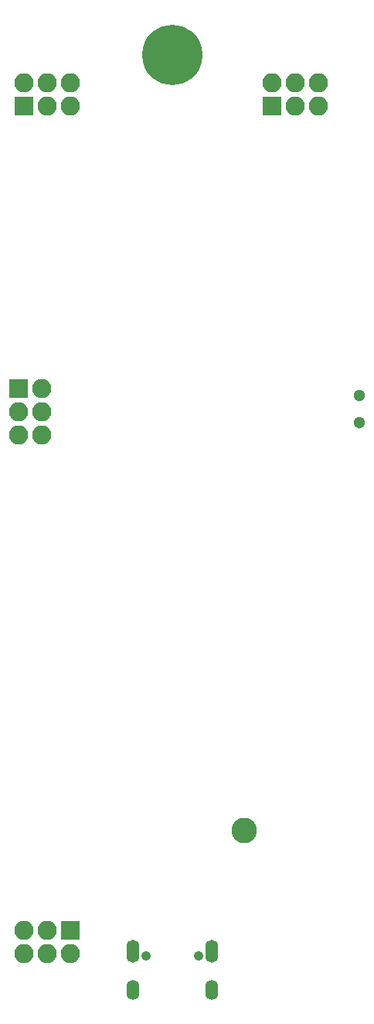
<source format=gbr>
%TF.GenerationSoftware,KiCad,Pcbnew,(5.99.0-9526-g5c17ff0595)*%
%TF.CreationDate,2021-07-10T23:40:13-05:00*%
%TF.ProjectId,18650Battery,31383635-3042-4617-9474-6572792e6b69,rev?*%
%TF.SameCoordinates,Original*%
%TF.FileFunction,Soldermask,Top*%
%TF.FilePolarity,Negative*%
%FSLAX46Y46*%
G04 Gerber Fmt 4.6, Leading zero omitted, Abs format (unit mm)*
G04 Created by KiCad (PCBNEW (5.99.0-9526-g5c17ff0595)) date 2021-07-10 23:40:13*
%MOMM*%
%LPD*%
G01*
G04 APERTURE LIST*
G04 Aperture macros list*
%AMRoundRect*
0 Rectangle with rounded corners*
0 $1 Rounding radius*
0 $2 $3 $4 $5 $6 $7 $8 $9 X,Y pos of 4 corners*
0 Add a 4 corners polygon primitive as box body*
4,1,4,$2,$3,$4,$5,$6,$7,$8,$9,$2,$3,0*
0 Add four circle primitives for the rounded corners*
1,1,$1+$1,$2,$3*
1,1,$1+$1,$4,$5*
1,1,$1+$1,$6,$7*
1,1,$1+$1,$8,$9*
0 Add four rect primitives between the rounded corners*
20,1,$1+$1,$2,$3,$4,$5,0*
20,1,$1+$1,$4,$5,$6,$7,0*
20,1,$1+$1,$6,$7,$8,$9,0*
20,1,$1+$1,$8,$9,$2,$3,0*%
G04 Aperture macros list end*
%ADD10C,2.790000*%
%ADD11C,6.600000*%
%ADD12C,1.300000*%
%ADD13C,1.050000*%
%ADD14O,1.400000X2.200000*%
%ADD15O,1.400000X2.500000*%
%ADD16O,2.100000X2.100000*%
%ADD17RoundRect,0.200000X-0.850000X0.850000X-0.850000X-0.850000X0.850000X-0.850000X0.850000X0.850000X0*%
%ADD18RoundRect,0.200000X-0.850000X-0.850000X0.850000X-0.850000X0.850000X0.850000X-0.850000X0.850000X0*%
%ADD19RoundRect,0.200000X0.850000X-0.850000X0.850000X0.850000X-0.850000X0.850000X-0.850000X-0.850000X0*%
G04 APERTURE END LIST*
D10*
%TO.C,BT1*%
X143770000Y-134910000D03*
%TD*%
D11*
%TO.C,*%
X135890000Y-50000000D03*
%TD*%
D12*
%TO.C,Power->1*%
X156355000Y-90295000D03*
X156355000Y-87295000D03*
%TD*%
D13*
%TO.C,P1*%
X138760000Y-148622500D03*
X132980000Y-148622500D03*
D14*
X131550000Y-152272500D03*
X140190000Y-152272500D03*
D15*
X131550000Y-148122500D03*
X140190000Y-148122500D03*
%TD*%
D16*
%TO.C,J4*%
X119655000Y-148360000D03*
X119655000Y-145820000D03*
X122195000Y-148360000D03*
X122195000Y-145820000D03*
X124735000Y-148360000D03*
D17*
X124735000Y-145820000D03*
%TD*%
D16*
%TO.C,J3*%
X121585000Y-91615000D03*
X119045000Y-91615000D03*
X121585000Y-89075000D03*
X119045000Y-89075000D03*
X121585000Y-86535000D03*
D18*
X119045000Y-86535000D03*
%TD*%
D16*
%TO.C,J2*%
X151925000Y-53125000D03*
X151925000Y-55665000D03*
X149385000Y-53125000D03*
X149385000Y-55665000D03*
X146845000Y-53125000D03*
D19*
X146845000Y-55665000D03*
%TD*%
D16*
%TO.C,J1*%
X124765000Y-53125000D03*
X124765000Y-55665000D03*
X122225000Y-53125000D03*
X122225000Y-55665000D03*
X119685000Y-53125000D03*
D19*
X119685000Y-55665000D03*
%TD*%
M02*

</source>
